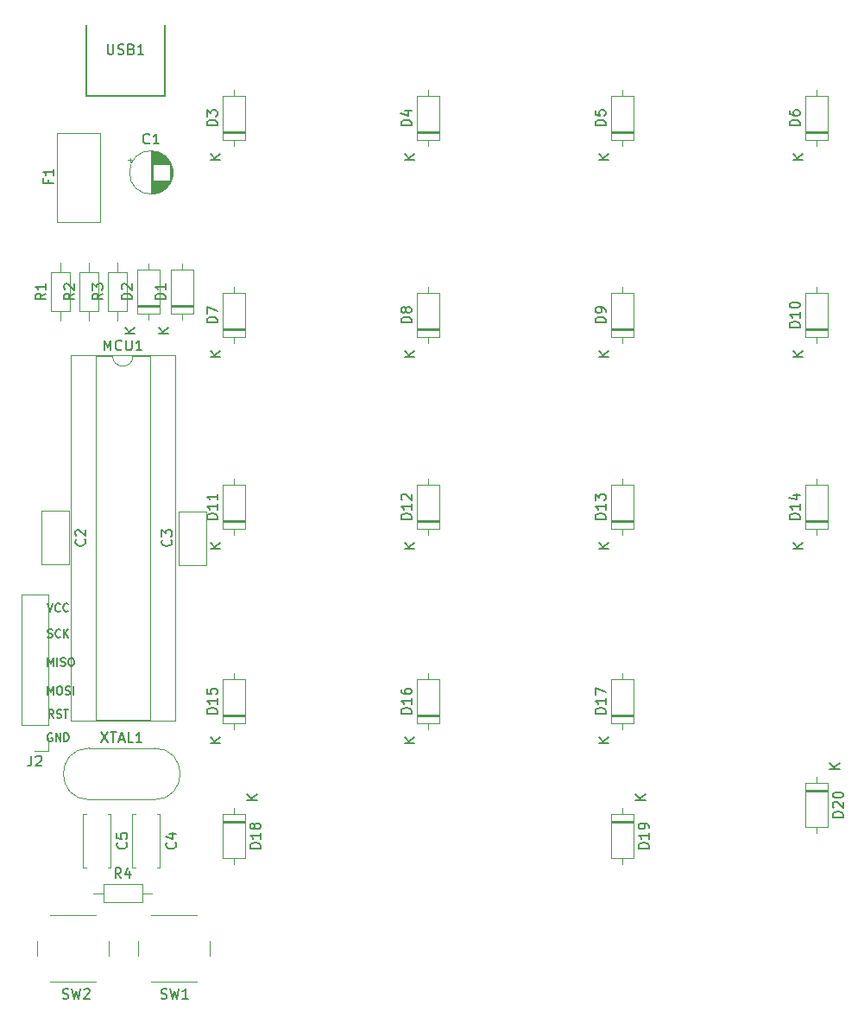
<source format=gbr>
%TF.GenerationSoftware,KiCad,Pcbnew,(5.1.6)-1*%
%TF.CreationDate,2020-06-15T13:12:42+02:00*%
%TF.ProjectId,numpad,6e756d70-6164-42e6-9b69-6361645f7063,rev?*%
%TF.SameCoordinates,Original*%
%TF.FileFunction,Legend,Top*%
%TF.FilePolarity,Positive*%
%FSLAX46Y46*%
G04 Gerber Fmt 4.6, Leading zero omitted, Abs format (unit mm)*
G04 Created by KiCad (PCBNEW (5.1.6)-1) date 2020-06-15 13:12:43*
%MOMM*%
%LPD*%
G01*
G04 APERTURE LIST*
%ADD10C,0.200000*%
%ADD11C,0.120000*%
%ADD12C,0.150000*%
G04 APERTURE END LIST*
D10*
X83972476Y-112630000D02*
X83896285Y-112591904D01*
X83782000Y-112591904D01*
X83667714Y-112630000D01*
X83591523Y-112706190D01*
X83553428Y-112782380D01*
X83515333Y-112934761D01*
X83515333Y-113049047D01*
X83553428Y-113201428D01*
X83591523Y-113277619D01*
X83667714Y-113353809D01*
X83782000Y-113391904D01*
X83858190Y-113391904D01*
X83972476Y-113353809D01*
X84010571Y-113315714D01*
X84010571Y-113049047D01*
X83858190Y-113049047D01*
X84353428Y-113391904D02*
X84353428Y-112591904D01*
X84810571Y-113391904D01*
X84810571Y-112591904D01*
X85191523Y-113391904D02*
X85191523Y-112591904D01*
X85382000Y-112591904D01*
X85496285Y-112630000D01*
X85572476Y-112706190D01*
X85610571Y-112782380D01*
X85648666Y-112934761D01*
X85648666Y-113049047D01*
X85610571Y-113201428D01*
X85572476Y-113277619D01*
X85496285Y-113353809D01*
X85382000Y-113391904D01*
X85191523Y-113391904D01*
X84143904Y-111105904D02*
X83877238Y-110724952D01*
X83686761Y-111105904D02*
X83686761Y-110305904D01*
X83991523Y-110305904D01*
X84067714Y-110344000D01*
X84105809Y-110382095D01*
X84143904Y-110458285D01*
X84143904Y-110572571D01*
X84105809Y-110648761D01*
X84067714Y-110686857D01*
X83991523Y-110724952D01*
X83686761Y-110724952D01*
X84448666Y-111067809D02*
X84562952Y-111105904D01*
X84753428Y-111105904D01*
X84829619Y-111067809D01*
X84867714Y-111029714D01*
X84905809Y-110953523D01*
X84905809Y-110877333D01*
X84867714Y-110801142D01*
X84829619Y-110763047D01*
X84753428Y-110724952D01*
X84601047Y-110686857D01*
X84524857Y-110648761D01*
X84486761Y-110610666D01*
X84448666Y-110534476D01*
X84448666Y-110458285D01*
X84486761Y-110382095D01*
X84524857Y-110344000D01*
X84601047Y-110305904D01*
X84791523Y-110305904D01*
X84905809Y-110344000D01*
X85134380Y-110305904D02*
X85591523Y-110305904D01*
X85362952Y-111105904D02*
X85362952Y-110305904D01*
X83578857Y-108819904D02*
X83578857Y-108019904D01*
X83845523Y-108591333D01*
X84112190Y-108019904D01*
X84112190Y-108819904D01*
X84645523Y-108019904D02*
X84797904Y-108019904D01*
X84874095Y-108058000D01*
X84950285Y-108134190D01*
X84988380Y-108286571D01*
X84988380Y-108553238D01*
X84950285Y-108705619D01*
X84874095Y-108781809D01*
X84797904Y-108819904D01*
X84645523Y-108819904D01*
X84569333Y-108781809D01*
X84493142Y-108705619D01*
X84455047Y-108553238D01*
X84455047Y-108286571D01*
X84493142Y-108134190D01*
X84569333Y-108058000D01*
X84645523Y-108019904D01*
X85293142Y-108781809D02*
X85407428Y-108819904D01*
X85597904Y-108819904D01*
X85674095Y-108781809D01*
X85712190Y-108743714D01*
X85750285Y-108667523D01*
X85750285Y-108591333D01*
X85712190Y-108515142D01*
X85674095Y-108477047D01*
X85597904Y-108438952D01*
X85445523Y-108400857D01*
X85369333Y-108362761D01*
X85331238Y-108324666D01*
X85293142Y-108248476D01*
X85293142Y-108172285D01*
X85331238Y-108096095D01*
X85369333Y-108058000D01*
X85445523Y-108019904D01*
X85636000Y-108019904D01*
X85750285Y-108058000D01*
X86093142Y-108819904D02*
X86093142Y-108019904D01*
X83578857Y-106025904D02*
X83578857Y-105225904D01*
X83845523Y-105797333D01*
X84112190Y-105225904D01*
X84112190Y-106025904D01*
X84493142Y-106025904D02*
X84493142Y-105225904D01*
X84836000Y-105987809D02*
X84950285Y-106025904D01*
X85140761Y-106025904D01*
X85216952Y-105987809D01*
X85255047Y-105949714D01*
X85293142Y-105873523D01*
X85293142Y-105797333D01*
X85255047Y-105721142D01*
X85216952Y-105683047D01*
X85140761Y-105644952D01*
X84988380Y-105606857D01*
X84912190Y-105568761D01*
X84874095Y-105530666D01*
X84836000Y-105454476D01*
X84836000Y-105378285D01*
X84874095Y-105302095D01*
X84912190Y-105264000D01*
X84988380Y-105225904D01*
X85178857Y-105225904D01*
X85293142Y-105264000D01*
X85788380Y-105225904D02*
X85940761Y-105225904D01*
X86016952Y-105264000D01*
X86093142Y-105340190D01*
X86131238Y-105492571D01*
X86131238Y-105759238D01*
X86093142Y-105911619D01*
X86016952Y-105987809D01*
X85940761Y-106025904D01*
X85788380Y-106025904D01*
X85712190Y-105987809D01*
X85636000Y-105911619D01*
X85597904Y-105759238D01*
X85597904Y-105492571D01*
X85636000Y-105340190D01*
X85712190Y-105264000D01*
X85788380Y-105225904D01*
X83553428Y-103193809D02*
X83667714Y-103231904D01*
X83858190Y-103231904D01*
X83934380Y-103193809D01*
X83972476Y-103155714D01*
X84010571Y-103079523D01*
X84010571Y-103003333D01*
X83972476Y-102927142D01*
X83934380Y-102889047D01*
X83858190Y-102850952D01*
X83705809Y-102812857D01*
X83629619Y-102774761D01*
X83591523Y-102736666D01*
X83553428Y-102660476D01*
X83553428Y-102584285D01*
X83591523Y-102508095D01*
X83629619Y-102470000D01*
X83705809Y-102431904D01*
X83896285Y-102431904D01*
X84010571Y-102470000D01*
X84810571Y-103155714D02*
X84772476Y-103193809D01*
X84658190Y-103231904D01*
X84582000Y-103231904D01*
X84467714Y-103193809D01*
X84391523Y-103117619D01*
X84353428Y-103041428D01*
X84315333Y-102889047D01*
X84315333Y-102774761D01*
X84353428Y-102622380D01*
X84391523Y-102546190D01*
X84467714Y-102470000D01*
X84582000Y-102431904D01*
X84658190Y-102431904D01*
X84772476Y-102470000D01*
X84810571Y-102508095D01*
X85153428Y-103231904D02*
X85153428Y-102431904D01*
X85610571Y-103231904D02*
X85267714Y-102774761D01*
X85610571Y-102431904D02*
X85153428Y-102889047D01*
X83515333Y-99891904D02*
X83782000Y-100691904D01*
X84048666Y-99891904D01*
X84772476Y-100615714D02*
X84734380Y-100653809D01*
X84620095Y-100691904D01*
X84543904Y-100691904D01*
X84429619Y-100653809D01*
X84353428Y-100577619D01*
X84315333Y-100501428D01*
X84277238Y-100349047D01*
X84277238Y-100234761D01*
X84315333Y-100082380D01*
X84353428Y-100006190D01*
X84429619Y-99930000D01*
X84543904Y-99891904D01*
X84620095Y-99891904D01*
X84734380Y-99930000D01*
X84772476Y-99968095D01*
X85572476Y-100615714D02*
X85534380Y-100653809D01*
X85420095Y-100691904D01*
X85343904Y-100691904D01*
X85229619Y-100653809D01*
X85153428Y-100577619D01*
X85115333Y-100501428D01*
X85077238Y-100349047D01*
X85077238Y-100234761D01*
X85115333Y-100082380D01*
X85153428Y-100006190D01*
X85229619Y-99930000D01*
X85343904Y-99891904D01*
X85420095Y-99891904D01*
X85534380Y-99930000D01*
X85572476Y-99968095D01*
D11*
%TO.C,MCU1*%
X91932000Y-75632000D02*
G75*
G02*
X89932000Y-75632000I-1000000J0D01*
G01*
X89932000Y-75632000D02*
X88282000Y-75632000D01*
X88282000Y-75632000D02*
X88282000Y-111312000D01*
X88282000Y-111312000D02*
X93582000Y-111312000D01*
X93582000Y-111312000D02*
X93582000Y-75632000D01*
X93582000Y-75632000D02*
X91932000Y-75632000D01*
X85792000Y-75572000D02*
X85792000Y-111372000D01*
X85792000Y-111372000D02*
X96072000Y-111372000D01*
X96072000Y-111372000D02*
X96072000Y-75572000D01*
X96072000Y-75572000D02*
X85792000Y-75572000D01*
%TO.C,J2*%
X83626000Y-99000000D02*
X80966000Y-99000000D01*
X83626000Y-111760000D02*
X83626000Y-99000000D01*
X80966000Y-111760000D02*
X80966000Y-99000000D01*
X83626000Y-111760000D02*
X80966000Y-111760000D01*
X83626000Y-113030000D02*
X83626000Y-114360000D01*
X83626000Y-114360000D02*
X82296000Y-114360000D01*
%TO.C,XTAL1*%
X87632000Y-119111000D02*
X94032000Y-119111000D01*
X87632000Y-114061000D02*
X94032000Y-114061000D01*
X94032000Y-119111000D02*
G75*
G03*
X94032000Y-114061000I0J2525000D01*
G01*
X87632000Y-119111000D02*
G75*
G02*
X87632000Y-114061000I0J2525000D01*
G01*
D12*
%TO.C,USB1*%
X87336000Y-50180000D02*
X87336000Y-43180000D01*
X95036000Y-50180000D02*
X87336000Y-50180000D01*
X95036000Y-43180000D02*
X95036000Y-50180000D01*
D11*
%TO.C,SW2*%
X89554000Y-134445000D02*
X89554000Y-132945000D01*
X88304000Y-130445000D02*
X83804000Y-130445000D01*
X82554000Y-132945000D02*
X82554000Y-134445000D01*
X83804000Y-136945000D02*
X88304000Y-136945000D01*
%TO.C,SW1*%
X99460000Y-134445000D02*
X99460000Y-132945000D01*
X98210000Y-130445000D02*
X93710000Y-130445000D01*
X92460000Y-132945000D02*
X92460000Y-134445000D01*
X93710000Y-136945000D02*
X98210000Y-136945000D01*
%TO.C,R4*%
X93802000Y-128270000D02*
X92852000Y-128270000D01*
X88062000Y-128270000D02*
X89012000Y-128270000D01*
X92852000Y-127350000D02*
X89012000Y-127350000D01*
X92852000Y-129190000D02*
X92852000Y-127350000D01*
X89012000Y-129190000D02*
X92852000Y-129190000D01*
X89012000Y-127350000D02*
X89012000Y-129190000D01*
%TO.C,R3*%
X90424000Y-66472000D02*
X90424000Y-67422000D01*
X90424000Y-72212000D02*
X90424000Y-71262000D01*
X89504000Y-67422000D02*
X89504000Y-71262000D01*
X91344000Y-67422000D02*
X89504000Y-67422000D01*
X91344000Y-71262000D02*
X91344000Y-67422000D01*
X89504000Y-71262000D02*
X91344000Y-71262000D01*
%TO.C,R2*%
X87630000Y-66472000D02*
X87630000Y-67422000D01*
X87630000Y-72212000D02*
X87630000Y-71262000D01*
X86710000Y-67422000D02*
X86710000Y-71262000D01*
X88550000Y-67422000D02*
X86710000Y-67422000D01*
X88550000Y-71262000D02*
X88550000Y-67422000D01*
X86710000Y-71262000D02*
X88550000Y-71262000D01*
%TO.C,R1*%
X84836000Y-66472000D02*
X84836000Y-67422000D01*
X84836000Y-72212000D02*
X84836000Y-71262000D01*
X83916000Y-67422000D02*
X83916000Y-71262000D01*
X85756000Y-67422000D02*
X83916000Y-67422000D01*
X85756000Y-71262000D02*
X85756000Y-67422000D01*
X83916000Y-71262000D02*
X85756000Y-71262000D01*
%TO.C,F1*%
X88734000Y-53796000D02*
X88734000Y-62536000D01*
X88734000Y-53796000D02*
X84494000Y-53796000D01*
X84494000Y-62536000D02*
X88734000Y-62536000D01*
X84494000Y-62536000D02*
X84494000Y-53796000D01*
%TO.C,D20*%
X160124000Y-118114000D02*
X157884000Y-118114000D01*
X160124000Y-118354000D02*
X157884000Y-118354000D01*
X160124000Y-118234000D02*
X157884000Y-118234000D01*
X159004000Y-122404000D02*
X159004000Y-121754000D01*
X159004000Y-116864000D02*
X159004000Y-117514000D01*
X160124000Y-121754000D02*
X160124000Y-117514000D01*
X157884000Y-121754000D02*
X160124000Y-121754000D01*
X157884000Y-117514000D02*
X157884000Y-121754000D01*
X160124000Y-117514000D02*
X157884000Y-117514000D01*
%TO.C,D19*%
X141074000Y-121162000D02*
X138834000Y-121162000D01*
X141074000Y-121402000D02*
X138834000Y-121402000D01*
X141074000Y-121282000D02*
X138834000Y-121282000D01*
X139954000Y-125452000D02*
X139954000Y-124802000D01*
X139954000Y-119912000D02*
X139954000Y-120562000D01*
X141074000Y-124802000D02*
X141074000Y-120562000D01*
X138834000Y-124802000D02*
X141074000Y-124802000D01*
X138834000Y-120562000D02*
X138834000Y-124802000D01*
X141074000Y-120562000D02*
X138834000Y-120562000D01*
%TO.C,D18*%
X102974000Y-121162000D02*
X100734000Y-121162000D01*
X102974000Y-121402000D02*
X100734000Y-121402000D01*
X102974000Y-121282000D02*
X100734000Y-121282000D01*
X101854000Y-125452000D02*
X101854000Y-124802000D01*
X101854000Y-119912000D02*
X101854000Y-120562000D01*
X102974000Y-124802000D02*
X102974000Y-120562000D01*
X100734000Y-124802000D02*
X102974000Y-124802000D01*
X100734000Y-120562000D02*
X100734000Y-124802000D01*
X102974000Y-120562000D02*
X100734000Y-120562000D01*
%TO.C,D17*%
X138834000Y-110994000D02*
X141074000Y-110994000D01*
X138834000Y-110754000D02*
X141074000Y-110754000D01*
X138834000Y-110874000D02*
X141074000Y-110874000D01*
X139954000Y-106704000D02*
X139954000Y-107354000D01*
X139954000Y-112244000D02*
X139954000Y-111594000D01*
X138834000Y-107354000D02*
X138834000Y-111594000D01*
X141074000Y-107354000D02*
X138834000Y-107354000D01*
X141074000Y-111594000D02*
X141074000Y-107354000D01*
X138834000Y-111594000D02*
X141074000Y-111594000D01*
%TO.C,D16*%
X119784000Y-110994000D02*
X122024000Y-110994000D01*
X119784000Y-110754000D02*
X122024000Y-110754000D01*
X119784000Y-110874000D02*
X122024000Y-110874000D01*
X120904000Y-106704000D02*
X120904000Y-107354000D01*
X120904000Y-112244000D02*
X120904000Y-111594000D01*
X119784000Y-107354000D02*
X119784000Y-111594000D01*
X122024000Y-107354000D02*
X119784000Y-107354000D01*
X122024000Y-111594000D02*
X122024000Y-107354000D01*
X119784000Y-111594000D02*
X122024000Y-111594000D01*
%TO.C,D15*%
X100734000Y-110994000D02*
X102974000Y-110994000D01*
X100734000Y-110754000D02*
X102974000Y-110754000D01*
X100734000Y-110874000D02*
X102974000Y-110874000D01*
X101854000Y-106704000D02*
X101854000Y-107354000D01*
X101854000Y-112244000D02*
X101854000Y-111594000D01*
X100734000Y-107354000D02*
X100734000Y-111594000D01*
X102974000Y-107354000D02*
X100734000Y-107354000D01*
X102974000Y-111594000D02*
X102974000Y-107354000D01*
X100734000Y-111594000D02*
X102974000Y-111594000D01*
%TO.C,D14*%
X157884000Y-91944000D02*
X160124000Y-91944000D01*
X157884000Y-91704000D02*
X160124000Y-91704000D01*
X157884000Y-91824000D02*
X160124000Y-91824000D01*
X159004000Y-87654000D02*
X159004000Y-88304000D01*
X159004000Y-93194000D02*
X159004000Y-92544000D01*
X157884000Y-88304000D02*
X157884000Y-92544000D01*
X160124000Y-88304000D02*
X157884000Y-88304000D01*
X160124000Y-92544000D02*
X160124000Y-88304000D01*
X157884000Y-92544000D02*
X160124000Y-92544000D01*
%TO.C,D13*%
X138834000Y-91944000D02*
X141074000Y-91944000D01*
X138834000Y-91704000D02*
X141074000Y-91704000D01*
X138834000Y-91824000D02*
X141074000Y-91824000D01*
X139954000Y-87654000D02*
X139954000Y-88304000D01*
X139954000Y-93194000D02*
X139954000Y-92544000D01*
X138834000Y-88304000D02*
X138834000Y-92544000D01*
X141074000Y-88304000D02*
X138834000Y-88304000D01*
X141074000Y-92544000D02*
X141074000Y-88304000D01*
X138834000Y-92544000D02*
X141074000Y-92544000D01*
%TO.C,D12*%
X119784000Y-91944000D02*
X122024000Y-91944000D01*
X119784000Y-91704000D02*
X122024000Y-91704000D01*
X119784000Y-91824000D02*
X122024000Y-91824000D01*
X120904000Y-87654000D02*
X120904000Y-88304000D01*
X120904000Y-93194000D02*
X120904000Y-92544000D01*
X119784000Y-88304000D02*
X119784000Y-92544000D01*
X122024000Y-88304000D02*
X119784000Y-88304000D01*
X122024000Y-92544000D02*
X122024000Y-88304000D01*
X119784000Y-92544000D02*
X122024000Y-92544000D01*
%TO.C,D11*%
X100734000Y-91944000D02*
X102974000Y-91944000D01*
X100734000Y-91704000D02*
X102974000Y-91704000D01*
X100734000Y-91824000D02*
X102974000Y-91824000D01*
X101854000Y-87654000D02*
X101854000Y-88304000D01*
X101854000Y-93194000D02*
X101854000Y-92544000D01*
X100734000Y-88304000D02*
X100734000Y-92544000D01*
X102974000Y-88304000D02*
X100734000Y-88304000D01*
X102974000Y-92544000D02*
X102974000Y-88304000D01*
X100734000Y-92544000D02*
X102974000Y-92544000D01*
%TO.C,D10*%
X157884000Y-73148000D02*
X160124000Y-73148000D01*
X157884000Y-72908000D02*
X160124000Y-72908000D01*
X157884000Y-73028000D02*
X160124000Y-73028000D01*
X159004000Y-68858000D02*
X159004000Y-69508000D01*
X159004000Y-74398000D02*
X159004000Y-73748000D01*
X157884000Y-69508000D02*
X157884000Y-73748000D01*
X160124000Y-69508000D02*
X157884000Y-69508000D01*
X160124000Y-73748000D02*
X160124000Y-69508000D01*
X157884000Y-73748000D02*
X160124000Y-73748000D01*
%TO.C,D9*%
X138834000Y-73148000D02*
X141074000Y-73148000D01*
X138834000Y-72908000D02*
X141074000Y-72908000D01*
X138834000Y-73028000D02*
X141074000Y-73028000D01*
X139954000Y-68858000D02*
X139954000Y-69508000D01*
X139954000Y-74398000D02*
X139954000Y-73748000D01*
X138834000Y-69508000D02*
X138834000Y-73748000D01*
X141074000Y-69508000D02*
X138834000Y-69508000D01*
X141074000Y-73748000D02*
X141074000Y-69508000D01*
X138834000Y-73748000D02*
X141074000Y-73748000D01*
%TO.C,D8*%
X119784000Y-73148000D02*
X122024000Y-73148000D01*
X119784000Y-72908000D02*
X122024000Y-72908000D01*
X119784000Y-73028000D02*
X122024000Y-73028000D01*
X120904000Y-68858000D02*
X120904000Y-69508000D01*
X120904000Y-74398000D02*
X120904000Y-73748000D01*
X119784000Y-69508000D02*
X119784000Y-73748000D01*
X122024000Y-69508000D02*
X119784000Y-69508000D01*
X122024000Y-73748000D02*
X122024000Y-69508000D01*
X119784000Y-73748000D02*
X122024000Y-73748000D01*
%TO.C,D7*%
X100734000Y-73148000D02*
X102974000Y-73148000D01*
X100734000Y-72908000D02*
X102974000Y-72908000D01*
X100734000Y-73028000D02*
X102974000Y-73028000D01*
X101854000Y-68858000D02*
X101854000Y-69508000D01*
X101854000Y-74398000D02*
X101854000Y-73748000D01*
X100734000Y-69508000D02*
X100734000Y-73748000D01*
X102974000Y-69508000D02*
X100734000Y-69508000D01*
X102974000Y-73748000D02*
X102974000Y-69508000D01*
X100734000Y-73748000D02*
X102974000Y-73748000D01*
%TO.C,D6*%
X157884000Y-53844000D02*
X160124000Y-53844000D01*
X157884000Y-53604000D02*
X160124000Y-53604000D01*
X157884000Y-53724000D02*
X160124000Y-53724000D01*
X159004000Y-49554000D02*
X159004000Y-50204000D01*
X159004000Y-55094000D02*
X159004000Y-54444000D01*
X157884000Y-50204000D02*
X157884000Y-54444000D01*
X160124000Y-50204000D02*
X157884000Y-50204000D01*
X160124000Y-54444000D02*
X160124000Y-50204000D01*
X157884000Y-54444000D02*
X160124000Y-54444000D01*
%TO.C,D5*%
X138834000Y-53844000D02*
X141074000Y-53844000D01*
X138834000Y-53604000D02*
X141074000Y-53604000D01*
X138834000Y-53724000D02*
X141074000Y-53724000D01*
X139954000Y-49554000D02*
X139954000Y-50204000D01*
X139954000Y-55094000D02*
X139954000Y-54444000D01*
X138834000Y-50204000D02*
X138834000Y-54444000D01*
X141074000Y-50204000D02*
X138834000Y-50204000D01*
X141074000Y-54444000D02*
X141074000Y-50204000D01*
X138834000Y-54444000D02*
X141074000Y-54444000D01*
%TO.C,D4*%
X119784000Y-53844000D02*
X122024000Y-53844000D01*
X119784000Y-53604000D02*
X122024000Y-53604000D01*
X119784000Y-53724000D02*
X122024000Y-53724000D01*
X120904000Y-49554000D02*
X120904000Y-50204000D01*
X120904000Y-55094000D02*
X120904000Y-54444000D01*
X119784000Y-50204000D02*
X119784000Y-54444000D01*
X122024000Y-50204000D02*
X119784000Y-50204000D01*
X122024000Y-54444000D02*
X122024000Y-50204000D01*
X119784000Y-54444000D02*
X122024000Y-54444000D01*
%TO.C,D3*%
X100734000Y-53844000D02*
X102974000Y-53844000D01*
X100734000Y-53604000D02*
X102974000Y-53604000D01*
X100734000Y-53724000D02*
X102974000Y-53724000D01*
X101854000Y-49554000D02*
X101854000Y-50204000D01*
X101854000Y-55094000D02*
X101854000Y-54444000D01*
X100734000Y-50204000D02*
X100734000Y-54444000D01*
X102974000Y-50204000D02*
X100734000Y-50204000D01*
X102974000Y-54444000D02*
X102974000Y-50204000D01*
X100734000Y-54444000D02*
X102974000Y-54444000D01*
%TO.C,D2*%
X92352000Y-70862000D02*
X94592000Y-70862000D01*
X92352000Y-70622000D02*
X94592000Y-70622000D01*
X92352000Y-70742000D02*
X94592000Y-70742000D01*
X93472000Y-66572000D02*
X93472000Y-67222000D01*
X93472000Y-72112000D02*
X93472000Y-71462000D01*
X92352000Y-67222000D02*
X92352000Y-71462000D01*
X94592000Y-67222000D02*
X92352000Y-67222000D01*
X94592000Y-71462000D02*
X94592000Y-67222000D01*
X92352000Y-71462000D02*
X94592000Y-71462000D01*
%TO.C,D1*%
X95654000Y-70862000D02*
X97894000Y-70862000D01*
X95654000Y-70622000D02*
X97894000Y-70622000D01*
X95654000Y-70742000D02*
X97894000Y-70742000D01*
X96774000Y-66572000D02*
X96774000Y-67222000D01*
X96774000Y-72112000D02*
X96774000Y-71462000D01*
X95654000Y-67222000D02*
X95654000Y-71462000D01*
X97894000Y-67222000D02*
X95654000Y-67222000D01*
X97894000Y-71462000D02*
X97894000Y-67222000D01*
X95654000Y-71462000D02*
X97894000Y-71462000D01*
%TO.C,C5*%
X87337000Y-125770000D02*
X87022000Y-125770000D01*
X89762000Y-125770000D02*
X89447000Y-125770000D01*
X87337000Y-120530000D02*
X87022000Y-120530000D01*
X89762000Y-120530000D02*
X89447000Y-120530000D01*
X87022000Y-120530000D02*
X87022000Y-125770000D01*
X89762000Y-120530000D02*
X89762000Y-125770000D01*
%TO.C,C4*%
X92163000Y-125770000D02*
X91848000Y-125770000D01*
X94588000Y-125770000D02*
X94273000Y-125770000D01*
X92163000Y-120530000D02*
X91848000Y-120530000D01*
X94588000Y-120530000D02*
X94273000Y-120530000D01*
X91848000Y-120530000D02*
X91848000Y-125770000D01*
X94588000Y-120530000D02*
X94588000Y-125770000D01*
%TO.C,C3*%
X96420000Y-90872000D02*
X99160000Y-90872000D01*
X96420000Y-96112000D02*
X99160000Y-96112000D01*
X99160000Y-96112000D02*
X99160000Y-90872000D01*
X96420000Y-96112000D02*
X96420000Y-90872000D01*
%TO.C,C2*%
X85698000Y-96072000D02*
X82958000Y-96072000D01*
X85698000Y-90832000D02*
X82958000Y-90832000D01*
X82958000Y-90832000D02*
X82958000Y-96072000D01*
X85698000Y-90832000D02*
X85698000Y-96072000D01*
%TO.C,C1*%
X91640199Y-56263000D02*
X91640199Y-56663000D01*
X91440199Y-56463000D02*
X91840199Y-56463000D01*
X95791000Y-57288000D02*
X95791000Y-58028000D01*
X95751000Y-57121000D02*
X95751000Y-58195000D01*
X95711000Y-56994000D02*
X95711000Y-58322000D01*
X95671000Y-56890000D02*
X95671000Y-58426000D01*
X95631000Y-56799000D02*
X95631000Y-58517000D01*
X95591000Y-56718000D02*
X95591000Y-58598000D01*
X95551000Y-56645000D02*
X95551000Y-58671000D01*
X95511000Y-58498000D02*
X95511000Y-58738000D01*
X95511000Y-56578000D02*
X95511000Y-56818000D01*
X95471000Y-58498000D02*
X95471000Y-58800000D01*
X95471000Y-56516000D02*
X95471000Y-56818000D01*
X95431000Y-58498000D02*
X95431000Y-58858000D01*
X95431000Y-56458000D02*
X95431000Y-56818000D01*
X95391000Y-58498000D02*
X95391000Y-58912000D01*
X95391000Y-56404000D02*
X95391000Y-56818000D01*
X95351000Y-58498000D02*
X95351000Y-58962000D01*
X95351000Y-56354000D02*
X95351000Y-56818000D01*
X95311000Y-58498000D02*
X95311000Y-59009000D01*
X95311000Y-56307000D02*
X95311000Y-56818000D01*
X95271000Y-58498000D02*
X95271000Y-59054000D01*
X95271000Y-56262000D02*
X95271000Y-56818000D01*
X95231000Y-58498000D02*
X95231000Y-59096000D01*
X95231000Y-56220000D02*
X95231000Y-56818000D01*
X95191000Y-58498000D02*
X95191000Y-59136000D01*
X95191000Y-56180000D02*
X95191000Y-56818000D01*
X95151000Y-58498000D02*
X95151000Y-59174000D01*
X95151000Y-56142000D02*
X95151000Y-56818000D01*
X95111000Y-58498000D02*
X95111000Y-59210000D01*
X95111000Y-56106000D02*
X95111000Y-56818000D01*
X95071000Y-58498000D02*
X95071000Y-59245000D01*
X95071000Y-56071000D02*
X95071000Y-56818000D01*
X95031000Y-58498000D02*
X95031000Y-59277000D01*
X95031000Y-56039000D02*
X95031000Y-56818000D01*
X94991000Y-58498000D02*
X94991000Y-59308000D01*
X94991000Y-56008000D02*
X94991000Y-56818000D01*
X94951000Y-58498000D02*
X94951000Y-59338000D01*
X94951000Y-55978000D02*
X94951000Y-56818000D01*
X94911000Y-58498000D02*
X94911000Y-59366000D01*
X94911000Y-55950000D02*
X94911000Y-56818000D01*
X94871000Y-58498000D02*
X94871000Y-59393000D01*
X94871000Y-55923000D02*
X94871000Y-56818000D01*
X94831000Y-58498000D02*
X94831000Y-59418000D01*
X94831000Y-55898000D02*
X94831000Y-56818000D01*
X94791000Y-58498000D02*
X94791000Y-59443000D01*
X94791000Y-55873000D02*
X94791000Y-56818000D01*
X94751000Y-58498000D02*
X94751000Y-59466000D01*
X94751000Y-55850000D02*
X94751000Y-56818000D01*
X94711000Y-58498000D02*
X94711000Y-59488000D01*
X94711000Y-55828000D02*
X94711000Y-56818000D01*
X94671000Y-58498000D02*
X94671000Y-59509000D01*
X94671000Y-55807000D02*
X94671000Y-56818000D01*
X94631000Y-58498000D02*
X94631000Y-59528000D01*
X94631000Y-55788000D02*
X94631000Y-56818000D01*
X94591000Y-58498000D02*
X94591000Y-59547000D01*
X94591000Y-55769000D02*
X94591000Y-56818000D01*
X94551000Y-58498000D02*
X94551000Y-59565000D01*
X94551000Y-55751000D02*
X94551000Y-56818000D01*
X94511000Y-58498000D02*
X94511000Y-59582000D01*
X94511000Y-55734000D02*
X94511000Y-56818000D01*
X94471000Y-58498000D02*
X94471000Y-59598000D01*
X94471000Y-55718000D02*
X94471000Y-56818000D01*
X94431000Y-58498000D02*
X94431000Y-59612000D01*
X94431000Y-55704000D02*
X94431000Y-56818000D01*
X94390000Y-58498000D02*
X94390000Y-59626000D01*
X94390000Y-55690000D02*
X94390000Y-56818000D01*
X94350000Y-58498000D02*
X94350000Y-59640000D01*
X94350000Y-55676000D02*
X94350000Y-56818000D01*
X94310000Y-58498000D02*
X94310000Y-59652000D01*
X94310000Y-55664000D02*
X94310000Y-56818000D01*
X94270000Y-58498000D02*
X94270000Y-59663000D01*
X94270000Y-55653000D02*
X94270000Y-56818000D01*
X94230000Y-58498000D02*
X94230000Y-59674000D01*
X94230000Y-55642000D02*
X94230000Y-56818000D01*
X94190000Y-58498000D02*
X94190000Y-59683000D01*
X94190000Y-55633000D02*
X94190000Y-56818000D01*
X94150000Y-58498000D02*
X94150000Y-59692000D01*
X94150000Y-55624000D02*
X94150000Y-56818000D01*
X94110000Y-58498000D02*
X94110000Y-59700000D01*
X94110000Y-55616000D02*
X94110000Y-56818000D01*
X94070000Y-58498000D02*
X94070000Y-59708000D01*
X94070000Y-55608000D02*
X94070000Y-56818000D01*
X94030000Y-58498000D02*
X94030000Y-59714000D01*
X94030000Y-55602000D02*
X94030000Y-56818000D01*
X93990000Y-58498000D02*
X93990000Y-59720000D01*
X93990000Y-55596000D02*
X93990000Y-56818000D01*
X93950000Y-58498000D02*
X93950000Y-59725000D01*
X93950000Y-55591000D02*
X93950000Y-56818000D01*
X93910000Y-58498000D02*
X93910000Y-59729000D01*
X93910000Y-55587000D02*
X93910000Y-56818000D01*
X93870000Y-55584000D02*
X93870000Y-59732000D01*
X93830000Y-55581000D02*
X93830000Y-59735000D01*
X93790000Y-55579000D02*
X93790000Y-59737000D01*
X93750000Y-55578000D02*
X93750000Y-59738000D01*
X93710000Y-55578000D02*
X93710000Y-59738000D01*
X95830000Y-57658000D02*
G75*
G03*
X95830000Y-57658000I-2120000J0D01*
G01*
%TO.C,MCU1*%
D12*
X89098666Y-75084380D02*
X89098666Y-74084380D01*
X89432000Y-74798666D01*
X89765333Y-74084380D01*
X89765333Y-75084380D01*
X90812952Y-74989142D02*
X90765333Y-75036761D01*
X90622476Y-75084380D01*
X90527238Y-75084380D01*
X90384380Y-75036761D01*
X90289142Y-74941523D01*
X90241523Y-74846285D01*
X90193904Y-74655809D01*
X90193904Y-74512952D01*
X90241523Y-74322476D01*
X90289142Y-74227238D01*
X90384380Y-74132000D01*
X90527238Y-74084380D01*
X90622476Y-74084380D01*
X90765333Y-74132000D01*
X90812952Y-74179619D01*
X91241523Y-74084380D02*
X91241523Y-74893904D01*
X91289142Y-74989142D01*
X91336761Y-75036761D01*
X91432000Y-75084380D01*
X91622476Y-75084380D01*
X91717714Y-75036761D01*
X91765333Y-74989142D01*
X91812952Y-74893904D01*
X91812952Y-74084380D01*
X92812952Y-75084380D02*
X92241523Y-75084380D01*
X92527238Y-75084380D02*
X92527238Y-74084380D01*
X92432000Y-74227238D01*
X92336761Y-74322476D01*
X92241523Y-74370095D01*
%TO.C,J2*%
X81962666Y-114812380D02*
X81962666Y-115526666D01*
X81915047Y-115669523D01*
X81819809Y-115764761D01*
X81676952Y-115812380D01*
X81581714Y-115812380D01*
X82391238Y-114907619D02*
X82438857Y-114860000D01*
X82534095Y-114812380D01*
X82772190Y-114812380D01*
X82867428Y-114860000D01*
X82915047Y-114907619D01*
X82962666Y-115002857D01*
X82962666Y-115098095D01*
X82915047Y-115240952D01*
X82343619Y-115812380D01*
X82962666Y-115812380D01*
%TO.C,XTAL1*%
X88808190Y-112513380D02*
X89474857Y-113513380D01*
X89474857Y-112513380D02*
X88808190Y-113513380D01*
X89712952Y-112513380D02*
X90284380Y-112513380D01*
X89998666Y-113513380D02*
X89998666Y-112513380D01*
X90570095Y-113227666D02*
X91046285Y-113227666D01*
X90474857Y-113513380D02*
X90808190Y-112513380D01*
X91141523Y-113513380D01*
X91951047Y-113513380D02*
X91474857Y-113513380D01*
X91474857Y-112513380D01*
X92808190Y-113513380D02*
X92236761Y-113513380D01*
X92522476Y-113513380D02*
X92522476Y-112513380D01*
X92427238Y-112656238D01*
X92332000Y-112751476D01*
X92236761Y-112799095D01*
%TO.C,USB1*%
X89447904Y-45082380D02*
X89447904Y-45891904D01*
X89495523Y-45987142D01*
X89543142Y-46034761D01*
X89638380Y-46082380D01*
X89828857Y-46082380D01*
X89924095Y-46034761D01*
X89971714Y-45987142D01*
X90019333Y-45891904D01*
X90019333Y-45082380D01*
X90447904Y-46034761D02*
X90590761Y-46082380D01*
X90828857Y-46082380D01*
X90924095Y-46034761D01*
X90971714Y-45987142D01*
X91019333Y-45891904D01*
X91019333Y-45796666D01*
X90971714Y-45701428D01*
X90924095Y-45653809D01*
X90828857Y-45606190D01*
X90638380Y-45558571D01*
X90543142Y-45510952D01*
X90495523Y-45463333D01*
X90447904Y-45368095D01*
X90447904Y-45272857D01*
X90495523Y-45177619D01*
X90543142Y-45130000D01*
X90638380Y-45082380D01*
X90876476Y-45082380D01*
X91019333Y-45130000D01*
X91781238Y-45558571D02*
X91924095Y-45606190D01*
X91971714Y-45653809D01*
X92019333Y-45749047D01*
X92019333Y-45891904D01*
X91971714Y-45987142D01*
X91924095Y-46034761D01*
X91828857Y-46082380D01*
X91447904Y-46082380D01*
X91447904Y-45082380D01*
X91781238Y-45082380D01*
X91876476Y-45130000D01*
X91924095Y-45177619D01*
X91971714Y-45272857D01*
X91971714Y-45368095D01*
X91924095Y-45463333D01*
X91876476Y-45510952D01*
X91781238Y-45558571D01*
X91447904Y-45558571D01*
X92971714Y-46082380D02*
X92400285Y-46082380D01*
X92686000Y-46082380D02*
X92686000Y-45082380D01*
X92590761Y-45225238D01*
X92495523Y-45320476D01*
X92400285Y-45368095D01*
%TO.C,SW2*%
X85026666Y-138580761D02*
X85169523Y-138628380D01*
X85407619Y-138628380D01*
X85502857Y-138580761D01*
X85550476Y-138533142D01*
X85598095Y-138437904D01*
X85598095Y-138342666D01*
X85550476Y-138247428D01*
X85502857Y-138199809D01*
X85407619Y-138152190D01*
X85217142Y-138104571D01*
X85121904Y-138056952D01*
X85074285Y-138009333D01*
X85026666Y-137914095D01*
X85026666Y-137818857D01*
X85074285Y-137723619D01*
X85121904Y-137676000D01*
X85217142Y-137628380D01*
X85455238Y-137628380D01*
X85598095Y-137676000D01*
X85931428Y-137628380D02*
X86169523Y-138628380D01*
X86360000Y-137914095D01*
X86550476Y-138628380D01*
X86788571Y-137628380D01*
X87121904Y-137723619D02*
X87169523Y-137676000D01*
X87264761Y-137628380D01*
X87502857Y-137628380D01*
X87598095Y-137676000D01*
X87645714Y-137723619D01*
X87693333Y-137818857D01*
X87693333Y-137914095D01*
X87645714Y-138056952D01*
X87074285Y-138628380D01*
X87693333Y-138628380D01*
%TO.C,SW1*%
X94678666Y-138580761D02*
X94821523Y-138628380D01*
X95059619Y-138628380D01*
X95154857Y-138580761D01*
X95202476Y-138533142D01*
X95250095Y-138437904D01*
X95250095Y-138342666D01*
X95202476Y-138247428D01*
X95154857Y-138199809D01*
X95059619Y-138152190D01*
X94869142Y-138104571D01*
X94773904Y-138056952D01*
X94726285Y-138009333D01*
X94678666Y-137914095D01*
X94678666Y-137818857D01*
X94726285Y-137723619D01*
X94773904Y-137676000D01*
X94869142Y-137628380D01*
X95107238Y-137628380D01*
X95250095Y-137676000D01*
X95583428Y-137628380D02*
X95821523Y-138628380D01*
X96012000Y-137914095D01*
X96202476Y-138628380D01*
X96440571Y-137628380D01*
X97345333Y-138628380D02*
X96773904Y-138628380D01*
X97059619Y-138628380D02*
X97059619Y-137628380D01*
X96964380Y-137771238D01*
X96869142Y-137866476D01*
X96773904Y-137914095D01*
%TO.C,R4*%
X90765333Y-126802380D02*
X90432000Y-126326190D01*
X90193904Y-126802380D02*
X90193904Y-125802380D01*
X90574857Y-125802380D01*
X90670095Y-125850000D01*
X90717714Y-125897619D01*
X90765333Y-125992857D01*
X90765333Y-126135714D01*
X90717714Y-126230952D01*
X90670095Y-126278571D01*
X90574857Y-126326190D01*
X90193904Y-126326190D01*
X91622476Y-126135714D02*
X91622476Y-126802380D01*
X91384380Y-125754761D02*
X91146285Y-126469047D01*
X91765333Y-126469047D01*
%TO.C,R3*%
X88956380Y-69508666D02*
X88480190Y-69842000D01*
X88956380Y-70080095D02*
X87956380Y-70080095D01*
X87956380Y-69699142D01*
X88004000Y-69603904D01*
X88051619Y-69556285D01*
X88146857Y-69508666D01*
X88289714Y-69508666D01*
X88384952Y-69556285D01*
X88432571Y-69603904D01*
X88480190Y-69699142D01*
X88480190Y-70080095D01*
X87956380Y-69175333D02*
X87956380Y-68556285D01*
X88337333Y-68889619D01*
X88337333Y-68746761D01*
X88384952Y-68651523D01*
X88432571Y-68603904D01*
X88527809Y-68556285D01*
X88765904Y-68556285D01*
X88861142Y-68603904D01*
X88908761Y-68651523D01*
X88956380Y-68746761D01*
X88956380Y-69032476D01*
X88908761Y-69127714D01*
X88861142Y-69175333D01*
%TO.C,R2*%
X86162380Y-69508666D02*
X85686190Y-69842000D01*
X86162380Y-70080095D02*
X85162380Y-70080095D01*
X85162380Y-69699142D01*
X85210000Y-69603904D01*
X85257619Y-69556285D01*
X85352857Y-69508666D01*
X85495714Y-69508666D01*
X85590952Y-69556285D01*
X85638571Y-69603904D01*
X85686190Y-69699142D01*
X85686190Y-70080095D01*
X85257619Y-69127714D02*
X85210000Y-69080095D01*
X85162380Y-68984857D01*
X85162380Y-68746761D01*
X85210000Y-68651523D01*
X85257619Y-68603904D01*
X85352857Y-68556285D01*
X85448095Y-68556285D01*
X85590952Y-68603904D01*
X86162380Y-69175333D01*
X86162380Y-68556285D01*
%TO.C,R1*%
X83368380Y-69508666D02*
X82892190Y-69842000D01*
X83368380Y-70080095D02*
X82368380Y-70080095D01*
X82368380Y-69699142D01*
X82416000Y-69603904D01*
X82463619Y-69556285D01*
X82558857Y-69508666D01*
X82701714Y-69508666D01*
X82796952Y-69556285D01*
X82844571Y-69603904D01*
X82892190Y-69699142D01*
X82892190Y-70080095D01*
X83368380Y-68556285D02*
X83368380Y-69127714D01*
X83368380Y-68842000D02*
X82368380Y-68842000D01*
X82511238Y-68937238D01*
X82606476Y-69032476D01*
X82654095Y-69127714D01*
%TO.C,F1*%
X83592571Y-58389333D02*
X83592571Y-58722666D01*
X84116380Y-58722666D02*
X83116380Y-58722666D01*
X83116380Y-58246476D01*
X84116380Y-57341714D02*
X84116380Y-57913142D01*
X84116380Y-57627428D02*
X83116380Y-57627428D01*
X83259238Y-57722666D01*
X83354476Y-57817904D01*
X83402095Y-57913142D01*
%TO.C,D20*%
X161576380Y-120848285D02*
X160576380Y-120848285D01*
X160576380Y-120610190D01*
X160624000Y-120467333D01*
X160719238Y-120372095D01*
X160814476Y-120324476D01*
X161004952Y-120276857D01*
X161147809Y-120276857D01*
X161338285Y-120324476D01*
X161433523Y-120372095D01*
X161528761Y-120467333D01*
X161576380Y-120610190D01*
X161576380Y-120848285D01*
X160671619Y-119895904D02*
X160624000Y-119848285D01*
X160576380Y-119753047D01*
X160576380Y-119514952D01*
X160624000Y-119419714D01*
X160671619Y-119372095D01*
X160766857Y-119324476D01*
X160862095Y-119324476D01*
X161004952Y-119372095D01*
X161576380Y-119943523D01*
X161576380Y-119324476D01*
X160576380Y-118705428D02*
X160576380Y-118610190D01*
X160624000Y-118514952D01*
X160671619Y-118467333D01*
X160766857Y-118419714D01*
X160957333Y-118372095D01*
X161195428Y-118372095D01*
X161385904Y-118419714D01*
X161481142Y-118467333D01*
X161528761Y-118514952D01*
X161576380Y-118610190D01*
X161576380Y-118705428D01*
X161528761Y-118800666D01*
X161481142Y-118848285D01*
X161385904Y-118895904D01*
X161195428Y-118943523D01*
X160957333Y-118943523D01*
X160766857Y-118895904D01*
X160671619Y-118848285D01*
X160624000Y-118800666D01*
X160576380Y-118705428D01*
X161256380Y-116085904D02*
X160256380Y-116085904D01*
X161256380Y-115514476D02*
X160684952Y-115943047D01*
X160256380Y-115514476D02*
X160827809Y-116085904D01*
%TO.C,D19*%
X142526380Y-123896285D02*
X141526380Y-123896285D01*
X141526380Y-123658190D01*
X141574000Y-123515333D01*
X141669238Y-123420095D01*
X141764476Y-123372476D01*
X141954952Y-123324857D01*
X142097809Y-123324857D01*
X142288285Y-123372476D01*
X142383523Y-123420095D01*
X142478761Y-123515333D01*
X142526380Y-123658190D01*
X142526380Y-123896285D01*
X142526380Y-122372476D02*
X142526380Y-122943904D01*
X142526380Y-122658190D02*
X141526380Y-122658190D01*
X141669238Y-122753428D01*
X141764476Y-122848666D01*
X141812095Y-122943904D01*
X142526380Y-121896285D02*
X142526380Y-121705809D01*
X142478761Y-121610571D01*
X142431142Y-121562952D01*
X142288285Y-121467714D01*
X142097809Y-121420095D01*
X141716857Y-121420095D01*
X141621619Y-121467714D01*
X141574000Y-121515333D01*
X141526380Y-121610571D01*
X141526380Y-121801047D01*
X141574000Y-121896285D01*
X141621619Y-121943904D01*
X141716857Y-121991523D01*
X141954952Y-121991523D01*
X142050190Y-121943904D01*
X142097809Y-121896285D01*
X142145428Y-121801047D01*
X142145428Y-121610571D01*
X142097809Y-121515333D01*
X142050190Y-121467714D01*
X141954952Y-121420095D01*
X142206380Y-119133904D02*
X141206380Y-119133904D01*
X142206380Y-118562476D02*
X141634952Y-118991047D01*
X141206380Y-118562476D02*
X141777809Y-119133904D01*
%TO.C,D18*%
X104426380Y-123896285D02*
X103426380Y-123896285D01*
X103426380Y-123658190D01*
X103474000Y-123515333D01*
X103569238Y-123420095D01*
X103664476Y-123372476D01*
X103854952Y-123324857D01*
X103997809Y-123324857D01*
X104188285Y-123372476D01*
X104283523Y-123420095D01*
X104378761Y-123515333D01*
X104426380Y-123658190D01*
X104426380Y-123896285D01*
X104426380Y-122372476D02*
X104426380Y-122943904D01*
X104426380Y-122658190D02*
X103426380Y-122658190D01*
X103569238Y-122753428D01*
X103664476Y-122848666D01*
X103712095Y-122943904D01*
X103854952Y-121801047D02*
X103807333Y-121896285D01*
X103759714Y-121943904D01*
X103664476Y-121991523D01*
X103616857Y-121991523D01*
X103521619Y-121943904D01*
X103474000Y-121896285D01*
X103426380Y-121801047D01*
X103426380Y-121610571D01*
X103474000Y-121515333D01*
X103521619Y-121467714D01*
X103616857Y-121420095D01*
X103664476Y-121420095D01*
X103759714Y-121467714D01*
X103807333Y-121515333D01*
X103854952Y-121610571D01*
X103854952Y-121801047D01*
X103902571Y-121896285D01*
X103950190Y-121943904D01*
X104045428Y-121991523D01*
X104235904Y-121991523D01*
X104331142Y-121943904D01*
X104378761Y-121896285D01*
X104426380Y-121801047D01*
X104426380Y-121610571D01*
X104378761Y-121515333D01*
X104331142Y-121467714D01*
X104235904Y-121420095D01*
X104045428Y-121420095D01*
X103950190Y-121467714D01*
X103902571Y-121515333D01*
X103854952Y-121610571D01*
X104106380Y-119133904D02*
X103106380Y-119133904D01*
X104106380Y-118562476D02*
X103534952Y-118991047D01*
X103106380Y-118562476D02*
X103677809Y-119133904D01*
%TO.C,D17*%
X138286380Y-110688285D02*
X137286380Y-110688285D01*
X137286380Y-110450190D01*
X137334000Y-110307333D01*
X137429238Y-110212095D01*
X137524476Y-110164476D01*
X137714952Y-110116857D01*
X137857809Y-110116857D01*
X138048285Y-110164476D01*
X138143523Y-110212095D01*
X138238761Y-110307333D01*
X138286380Y-110450190D01*
X138286380Y-110688285D01*
X138286380Y-109164476D02*
X138286380Y-109735904D01*
X138286380Y-109450190D02*
X137286380Y-109450190D01*
X137429238Y-109545428D01*
X137524476Y-109640666D01*
X137572095Y-109735904D01*
X137286380Y-108831142D02*
X137286380Y-108164476D01*
X138286380Y-108593047D01*
X138606380Y-113545904D02*
X137606380Y-113545904D01*
X138606380Y-112974476D02*
X138034952Y-113403047D01*
X137606380Y-112974476D02*
X138177809Y-113545904D01*
%TO.C,D16*%
X119236380Y-110688285D02*
X118236380Y-110688285D01*
X118236380Y-110450190D01*
X118284000Y-110307333D01*
X118379238Y-110212095D01*
X118474476Y-110164476D01*
X118664952Y-110116857D01*
X118807809Y-110116857D01*
X118998285Y-110164476D01*
X119093523Y-110212095D01*
X119188761Y-110307333D01*
X119236380Y-110450190D01*
X119236380Y-110688285D01*
X119236380Y-109164476D02*
X119236380Y-109735904D01*
X119236380Y-109450190D02*
X118236380Y-109450190D01*
X118379238Y-109545428D01*
X118474476Y-109640666D01*
X118522095Y-109735904D01*
X118236380Y-108307333D02*
X118236380Y-108497809D01*
X118284000Y-108593047D01*
X118331619Y-108640666D01*
X118474476Y-108735904D01*
X118664952Y-108783523D01*
X119045904Y-108783523D01*
X119141142Y-108735904D01*
X119188761Y-108688285D01*
X119236380Y-108593047D01*
X119236380Y-108402571D01*
X119188761Y-108307333D01*
X119141142Y-108259714D01*
X119045904Y-108212095D01*
X118807809Y-108212095D01*
X118712571Y-108259714D01*
X118664952Y-108307333D01*
X118617333Y-108402571D01*
X118617333Y-108593047D01*
X118664952Y-108688285D01*
X118712571Y-108735904D01*
X118807809Y-108783523D01*
X119556380Y-113545904D02*
X118556380Y-113545904D01*
X119556380Y-112974476D02*
X118984952Y-113403047D01*
X118556380Y-112974476D02*
X119127809Y-113545904D01*
%TO.C,D15*%
X100186380Y-110688285D02*
X99186380Y-110688285D01*
X99186380Y-110450190D01*
X99234000Y-110307333D01*
X99329238Y-110212095D01*
X99424476Y-110164476D01*
X99614952Y-110116857D01*
X99757809Y-110116857D01*
X99948285Y-110164476D01*
X100043523Y-110212095D01*
X100138761Y-110307333D01*
X100186380Y-110450190D01*
X100186380Y-110688285D01*
X100186380Y-109164476D02*
X100186380Y-109735904D01*
X100186380Y-109450190D02*
X99186380Y-109450190D01*
X99329238Y-109545428D01*
X99424476Y-109640666D01*
X99472095Y-109735904D01*
X99186380Y-108259714D02*
X99186380Y-108735904D01*
X99662571Y-108783523D01*
X99614952Y-108735904D01*
X99567333Y-108640666D01*
X99567333Y-108402571D01*
X99614952Y-108307333D01*
X99662571Y-108259714D01*
X99757809Y-108212095D01*
X99995904Y-108212095D01*
X100091142Y-108259714D01*
X100138761Y-108307333D01*
X100186380Y-108402571D01*
X100186380Y-108640666D01*
X100138761Y-108735904D01*
X100091142Y-108783523D01*
X100506380Y-113545904D02*
X99506380Y-113545904D01*
X100506380Y-112974476D02*
X99934952Y-113403047D01*
X99506380Y-112974476D02*
X100077809Y-113545904D01*
%TO.C,D14*%
X157336380Y-91638285D02*
X156336380Y-91638285D01*
X156336380Y-91400190D01*
X156384000Y-91257333D01*
X156479238Y-91162095D01*
X156574476Y-91114476D01*
X156764952Y-91066857D01*
X156907809Y-91066857D01*
X157098285Y-91114476D01*
X157193523Y-91162095D01*
X157288761Y-91257333D01*
X157336380Y-91400190D01*
X157336380Y-91638285D01*
X157336380Y-90114476D02*
X157336380Y-90685904D01*
X157336380Y-90400190D02*
X156336380Y-90400190D01*
X156479238Y-90495428D01*
X156574476Y-90590666D01*
X156622095Y-90685904D01*
X156669714Y-89257333D02*
X157336380Y-89257333D01*
X156288761Y-89495428D02*
X157003047Y-89733523D01*
X157003047Y-89114476D01*
X157656380Y-94495904D02*
X156656380Y-94495904D01*
X157656380Y-93924476D02*
X157084952Y-94353047D01*
X156656380Y-93924476D02*
X157227809Y-94495904D01*
%TO.C,D13*%
X138286380Y-91638285D02*
X137286380Y-91638285D01*
X137286380Y-91400190D01*
X137334000Y-91257333D01*
X137429238Y-91162095D01*
X137524476Y-91114476D01*
X137714952Y-91066857D01*
X137857809Y-91066857D01*
X138048285Y-91114476D01*
X138143523Y-91162095D01*
X138238761Y-91257333D01*
X138286380Y-91400190D01*
X138286380Y-91638285D01*
X138286380Y-90114476D02*
X138286380Y-90685904D01*
X138286380Y-90400190D02*
X137286380Y-90400190D01*
X137429238Y-90495428D01*
X137524476Y-90590666D01*
X137572095Y-90685904D01*
X137286380Y-89781142D02*
X137286380Y-89162095D01*
X137667333Y-89495428D01*
X137667333Y-89352571D01*
X137714952Y-89257333D01*
X137762571Y-89209714D01*
X137857809Y-89162095D01*
X138095904Y-89162095D01*
X138191142Y-89209714D01*
X138238761Y-89257333D01*
X138286380Y-89352571D01*
X138286380Y-89638285D01*
X138238761Y-89733523D01*
X138191142Y-89781142D01*
X138606380Y-94495904D02*
X137606380Y-94495904D01*
X138606380Y-93924476D02*
X138034952Y-94353047D01*
X137606380Y-93924476D02*
X138177809Y-94495904D01*
%TO.C,D12*%
X119236380Y-91638285D02*
X118236380Y-91638285D01*
X118236380Y-91400190D01*
X118284000Y-91257333D01*
X118379238Y-91162095D01*
X118474476Y-91114476D01*
X118664952Y-91066857D01*
X118807809Y-91066857D01*
X118998285Y-91114476D01*
X119093523Y-91162095D01*
X119188761Y-91257333D01*
X119236380Y-91400190D01*
X119236380Y-91638285D01*
X119236380Y-90114476D02*
X119236380Y-90685904D01*
X119236380Y-90400190D02*
X118236380Y-90400190D01*
X118379238Y-90495428D01*
X118474476Y-90590666D01*
X118522095Y-90685904D01*
X118331619Y-89733523D02*
X118284000Y-89685904D01*
X118236380Y-89590666D01*
X118236380Y-89352571D01*
X118284000Y-89257333D01*
X118331619Y-89209714D01*
X118426857Y-89162095D01*
X118522095Y-89162095D01*
X118664952Y-89209714D01*
X119236380Y-89781142D01*
X119236380Y-89162095D01*
X119556380Y-94495904D02*
X118556380Y-94495904D01*
X119556380Y-93924476D02*
X118984952Y-94353047D01*
X118556380Y-93924476D02*
X119127809Y-94495904D01*
%TO.C,D11*%
X100186380Y-91638285D02*
X99186380Y-91638285D01*
X99186380Y-91400190D01*
X99234000Y-91257333D01*
X99329238Y-91162095D01*
X99424476Y-91114476D01*
X99614952Y-91066857D01*
X99757809Y-91066857D01*
X99948285Y-91114476D01*
X100043523Y-91162095D01*
X100138761Y-91257333D01*
X100186380Y-91400190D01*
X100186380Y-91638285D01*
X100186380Y-90114476D02*
X100186380Y-90685904D01*
X100186380Y-90400190D02*
X99186380Y-90400190D01*
X99329238Y-90495428D01*
X99424476Y-90590666D01*
X99472095Y-90685904D01*
X100186380Y-89162095D02*
X100186380Y-89733523D01*
X100186380Y-89447809D02*
X99186380Y-89447809D01*
X99329238Y-89543047D01*
X99424476Y-89638285D01*
X99472095Y-89733523D01*
X100506380Y-94495904D02*
X99506380Y-94495904D01*
X100506380Y-93924476D02*
X99934952Y-94353047D01*
X99506380Y-93924476D02*
X100077809Y-94495904D01*
%TO.C,D10*%
X157336380Y-72842285D02*
X156336380Y-72842285D01*
X156336380Y-72604190D01*
X156384000Y-72461333D01*
X156479238Y-72366095D01*
X156574476Y-72318476D01*
X156764952Y-72270857D01*
X156907809Y-72270857D01*
X157098285Y-72318476D01*
X157193523Y-72366095D01*
X157288761Y-72461333D01*
X157336380Y-72604190D01*
X157336380Y-72842285D01*
X157336380Y-71318476D02*
X157336380Y-71889904D01*
X157336380Y-71604190D02*
X156336380Y-71604190D01*
X156479238Y-71699428D01*
X156574476Y-71794666D01*
X156622095Y-71889904D01*
X156336380Y-70699428D02*
X156336380Y-70604190D01*
X156384000Y-70508952D01*
X156431619Y-70461333D01*
X156526857Y-70413714D01*
X156717333Y-70366095D01*
X156955428Y-70366095D01*
X157145904Y-70413714D01*
X157241142Y-70461333D01*
X157288761Y-70508952D01*
X157336380Y-70604190D01*
X157336380Y-70699428D01*
X157288761Y-70794666D01*
X157241142Y-70842285D01*
X157145904Y-70889904D01*
X156955428Y-70937523D01*
X156717333Y-70937523D01*
X156526857Y-70889904D01*
X156431619Y-70842285D01*
X156384000Y-70794666D01*
X156336380Y-70699428D01*
X157656380Y-75699904D02*
X156656380Y-75699904D01*
X157656380Y-75128476D02*
X157084952Y-75557047D01*
X156656380Y-75128476D02*
X157227809Y-75699904D01*
%TO.C,D9*%
X138286380Y-72366095D02*
X137286380Y-72366095D01*
X137286380Y-72128000D01*
X137334000Y-71985142D01*
X137429238Y-71889904D01*
X137524476Y-71842285D01*
X137714952Y-71794666D01*
X137857809Y-71794666D01*
X138048285Y-71842285D01*
X138143523Y-71889904D01*
X138238761Y-71985142D01*
X138286380Y-72128000D01*
X138286380Y-72366095D01*
X138286380Y-71318476D02*
X138286380Y-71128000D01*
X138238761Y-71032761D01*
X138191142Y-70985142D01*
X138048285Y-70889904D01*
X137857809Y-70842285D01*
X137476857Y-70842285D01*
X137381619Y-70889904D01*
X137334000Y-70937523D01*
X137286380Y-71032761D01*
X137286380Y-71223238D01*
X137334000Y-71318476D01*
X137381619Y-71366095D01*
X137476857Y-71413714D01*
X137714952Y-71413714D01*
X137810190Y-71366095D01*
X137857809Y-71318476D01*
X137905428Y-71223238D01*
X137905428Y-71032761D01*
X137857809Y-70937523D01*
X137810190Y-70889904D01*
X137714952Y-70842285D01*
X138606380Y-75699904D02*
X137606380Y-75699904D01*
X138606380Y-75128476D02*
X138034952Y-75557047D01*
X137606380Y-75128476D02*
X138177809Y-75699904D01*
%TO.C,D8*%
X119236380Y-72366095D02*
X118236380Y-72366095D01*
X118236380Y-72128000D01*
X118284000Y-71985142D01*
X118379238Y-71889904D01*
X118474476Y-71842285D01*
X118664952Y-71794666D01*
X118807809Y-71794666D01*
X118998285Y-71842285D01*
X119093523Y-71889904D01*
X119188761Y-71985142D01*
X119236380Y-72128000D01*
X119236380Y-72366095D01*
X118664952Y-71223238D02*
X118617333Y-71318476D01*
X118569714Y-71366095D01*
X118474476Y-71413714D01*
X118426857Y-71413714D01*
X118331619Y-71366095D01*
X118284000Y-71318476D01*
X118236380Y-71223238D01*
X118236380Y-71032761D01*
X118284000Y-70937523D01*
X118331619Y-70889904D01*
X118426857Y-70842285D01*
X118474476Y-70842285D01*
X118569714Y-70889904D01*
X118617333Y-70937523D01*
X118664952Y-71032761D01*
X118664952Y-71223238D01*
X118712571Y-71318476D01*
X118760190Y-71366095D01*
X118855428Y-71413714D01*
X119045904Y-71413714D01*
X119141142Y-71366095D01*
X119188761Y-71318476D01*
X119236380Y-71223238D01*
X119236380Y-71032761D01*
X119188761Y-70937523D01*
X119141142Y-70889904D01*
X119045904Y-70842285D01*
X118855428Y-70842285D01*
X118760190Y-70889904D01*
X118712571Y-70937523D01*
X118664952Y-71032761D01*
X119556380Y-75699904D02*
X118556380Y-75699904D01*
X119556380Y-75128476D02*
X118984952Y-75557047D01*
X118556380Y-75128476D02*
X119127809Y-75699904D01*
%TO.C,D7*%
X100186380Y-72366095D02*
X99186380Y-72366095D01*
X99186380Y-72128000D01*
X99234000Y-71985142D01*
X99329238Y-71889904D01*
X99424476Y-71842285D01*
X99614952Y-71794666D01*
X99757809Y-71794666D01*
X99948285Y-71842285D01*
X100043523Y-71889904D01*
X100138761Y-71985142D01*
X100186380Y-72128000D01*
X100186380Y-72366095D01*
X99186380Y-71461333D02*
X99186380Y-70794666D01*
X100186380Y-71223238D01*
X100506380Y-75699904D02*
X99506380Y-75699904D01*
X100506380Y-75128476D02*
X99934952Y-75557047D01*
X99506380Y-75128476D02*
X100077809Y-75699904D01*
%TO.C,D6*%
X157336380Y-53062095D02*
X156336380Y-53062095D01*
X156336380Y-52824000D01*
X156384000Y-52681142D01*
X156479238Y-52585904D01*
X156574476Y-52538285D01*
X156764952Y-52490666D01*
X156907809Y-52490666D01*
X157098285Y-52538285D01*
X157193523Y-52585904D01*
X157288761Y-52681142D01*
X157336380Y-52824000D01*
X157336380Y-53062095D01*
X156336380Y-51633523D02*
X156336380Y-51824000D01*
X156384000Y-51919238D01*
X156431619Y-51966857D01*
X156574476Y-52062095D01*
X156764952Y-52109714D01*
X157145904Y-52109714D01*
X157241142Y-52062095D01*
X157288761Y-52014476D01*
X157336380Y-51919238D01*
X157336380Y-51728761D01*
X157288761Y-51633523D01*
X157241142Y-51585904D01*
X157145904Y-51538285D01*
X156907809Y-51538285D01*
X156812571Y-51585904D01*
X156764952Y-51633523D01*
X156717333Y-51728761D01*
X156717333Y-51919238D01*
X156764952Y-52014476D01*
X156812571Y-52062095D01*
X156907809Y-52109714D01*
X157656380Y-56395904D02*
X156656380Y-56395904D01*
X157656380Y-55824476D02*
X157084952Y-56253047D01*
X156656380Y-55824476D02*
X157227809Y-56395904D01*
%TO.C,D5*%
X138286380Y-53062095D02*
X137286380Y-53062095D01*
X137286380Y-52824000D01*
X137334000Y-52681142D01*
X137429238Y-52585904D01*
X137524476Y-52538285D01*
X137714952Y-52490666D01*
X137857809Y-52490666D01*
X138048285Y-52538285D01*
X138143523Y-52585904D01*
X138238761Y-52681142D01*
X138286380Y-52824000D01*
X138286380Y-53062095D01*
X137286380Y-51585904D02*
X137286380Y-52062095D01*
X137762571Y-52109714D01*
X137714952Y-52062095D01*
X137667333Y-51966857D01*
X137667333Y-51728761D01*
X137714952Y-51633523D01*
X137762571Y-51585904D01*
X137857809Y-51538285D01*
X138095904Y-51538285D01*
X138191142Y-51585904D01*
X138238761Y-51633523D01*
X138286380Y-51728761D01*
X138286380Y-51966857D01*
X138238761Y-52062095D01*
X138191142Y-52109714D01*
X138606380Y-56395904D02*
X137606380Y-56395904D01*
X138606380Y-55824476D02*
X138034952Y-56253047D01*
X137606380Y-55824476D02*
X138177809Y-56395904D01*
%TO.C,D4*%
X119236380Y-53062095D02*
X118236380Y-53062095D01*
X118236380Y-52824000D01*
X118284000Y-52681142D01*
X118379238Y-52585904D01*
X118474476Y-52538285D01*
X118664952Y-52490666D01*
X118807809Y-52490666D01*
X118998285Y-52538285D01*
X119093523Y-52585904D01*
X119188761Y-52681142D01*
X119236380Y-52824000D01*
X119236380Y-53062095D01*
X118569714Y-51633523D02*
X119236380Y-51633523D01*
X118188761Y-51871619D02*
X118903047Y-52109714D01*
X118903047Y-51490666D01*
X119556380Y-56395904D02*
X118556380Y-56395904D01*
X119556380Y-55824476D02*
X118984952Y-56253047D01*
X118556380Y-55824476D02*
X119127809Y-56395904D01*
%TO.C,D3*%
X100186380Y-53062095D02*
X99186380Y-53062095D01*
X99186380Y-52824000D01*
X99234000Y-52681142D01*
X99329238Y-52585904D01*
X99424476Y-52538285D01*
X99614952Y-52490666D01*
X99757809Y-52490666D01*
X99948285Y-52538285D01*
X100043523Y-52585904D01*
X100138761Y-52681142D01*
X100186380Y-52824000D01*
X100186380Y-53062095D01*
X99186380Y-52157333D02*
X99186380Y-51538285D01*
X99567333Y-51871619D01*
X99567333Y-51728761D01*
X99614952Y-51633523D01*
X99662571Y-51585904D01*
X99757809Y-51538285D01*
X99995904Y-51538285D01*
X100091142Y-51585904D01*
X100138761Y-51633523D01*
X100186380Y-51728761D01*
X100186380Y-52014476D01*
X100138761Y-52109714D01*
X100091142Y-52157333D01*
X100506380Y-56395904D02*
X99506380Y-56395904D01*
X100506380Y-55824476D02*
X99934952Y-56253047D01*
X99506380Y-55824476D02*
X100077809Y-56395904D01*
%TO.C,D2*%
X91804380Y-70080095D02*
X90804380Y-70080095D01*
X90804380Y-69842000D01*
X90852000Y-69699142D01*
X90947238Y-69603904D01*
X91042476Y-69556285D01*
X91232952Y-69508666D01*
X91375809Y-69508666D01*
X91566285Y-69556285D01*
X91661523Y-69603904D01*
X91756761Y-69699142D01*
X91804380Y-69842000D01*
X91804380Y-70080095D01*
X90899619Y-69127714D02*
X90852000Y-69080095D01*
X90804380Y-68984857D01*
X90804380Y-68746761D01*
X90852000Y-68651523D01*
X90899619Y-68603904D01*
X90994857Y-68556285D01*
X91090095Y-68556285D01*
X91232952Y-68603904D01*
X91804380Y-69175333D01*
X91804380Y-68556285D01*
X92124380Y-73413904D02*
X91124380Y-73413904D01*
X92124380Y-72842476D02*
X91552952Y-73271047D01*
X91124380Y-72842476D02*
X91695809Y-73413904D01*
%TO.C,D1*%
X95106380Y-70080095D02*
X94106380Y-70080095D01*
X94106380Y-69842000D01*
X94154000Y-69699142D01*
X94249238Y-69603904D01*
X94344476Y-69556285D01*
X94534952Y-69508666D01*
X94677809Y-69508666D01*
X94868285Y-69556285D01*
X94963523Y-69603904D01*
X95058761Y-69699142D01*
X95106380Y-69842000D01*
X95106380Y-70080095D01*
X95106380Y-68556285D02*
X95106380Y-69127714D01*
X95106380Y-68842000D02*
X94106380Y-68842000D01*
X94249238Y-68937238D01*
X94344476Y-69032476D01*
X94392095Y-69127714D01*
X95426380Y-73413904D02*
X94426380Y-73413904D01*
X95426380Y-72842476D02*
X94854952Y-73271047D01*
X94426380Y-72842476D02*
X94997809Y-73413904D01*
%TO.C,C5*%
X91249142Y-123316666D02*
X91296761Y-123364285D01*
X91344380Y-123507142D01*
X91344380Y-123602380D01*
X91296761Y-123745238D01*
X91201523Y-123840476D01*
X91106285Y-123888095D01*
X90915809Y-123935714D01*
X90772952Y-123935714D01*
X90582476Y-123888095D01*
X90487238Y-123840476D01*
X90392000Y-123745238D01*
X90344380Y-123602380D01*
X90344380Y-123507142D01*
X90392000Y-123364285D01*
X90439619Y-123316666D01*
X90344380Y-122411904D02*
X90344380Y-122888095D01*
X90820571Y-122935714D01*
X90772952Y-122888095D01*
X90725333Y-122792857D01*
X90725333Y-122554761D01*
X90772952Y-122459523D01*
X90820571Y-122411904D01*
X90915809Y-122364285D01*
X91153904Y-122364285D01*
X91249142Y-122411904D01*
X91296761Y-122459523D01*
X91344380Y-122554761D01*
X91344380Y-122792857D01*
X91296761Y-122888095D01*
X91249142Y-122935714D01*
%TO.C,C4*%
X96075142Y-123316666D02*
X96122761Y-123364285D01*
X96170380Y-123507142D01*
X96170380Y-123602380D01*
X96122761Y-123745238D01*
X96027523Y-123840476D01*
X95932285Y-123888095D01*
X95741809Y-123935714D01*
X95598952Y-123935714D01*
X95408476Y-123888095D01*
X95313238Y-123840476D01*
X95218000Y-123745238D01*
X95170380Y-123602380D01*
X95170380Y-123507142D01*
X95218000Y-123364285D01*
X95265619Y-123316666D01*
X95503714Y-122459523D02*
X96170380Y-122459523D01*
X95122761Y-122697619D02*
X95837047Y-122935714D01*
X95837047Y-122316666D01*
%TO.C,C3*%
X95647142Y-93658666D02*
X95694761Y-93706285D01*
X95742380Y-93849142D01*
X95742380Y-93944380D01*
X95694761Y-94087238D01*
X95599523Y-94182476D01*
X95504285Y-94230095D01*
X95313809Y-94277714D01*
X95170952Y-94277714D01*
X94980476Y-94230095D01*
X94885238Y-94182476D01*
X94790000Y-94087238D01*
X94742380Y-93944380D01*
X94742380Y-93849142D01*
X94790000Y-93706285D01*
X94837619Y-93658666D01*
X94742380Y-93325333D02*
X94742380Y-92706285D01*
X95123333Y-93039619D01*
X95123333Y-92896761D01*
X95170952Y-92801523D01*
X95218571Y-92753904D01*
X95313809Y-92706285D01*
X95551904Y-92706285D01*
X95647142Y-92753904D01*
X95694761Y-92801523D01*
X95742380Y-92896761D01*
X95742380Y-93182476D01*
X95694761Y-93277714D01*
X95647142Y-93325333D01*
%TO.C,C2*%
X87185142Y-93618666D02*
X87232761Y-93666285D01*
X87280380Y-93809142D01*
X87280380Y-93904380D01*
X87232761Y-94047238D01*
X87137523Y-94142476D01*
X87042285Y-94190095D01*
X86851809Y-94237714D01*
X86708952Y-94237714D01*
X86518476Y-94190095D01*
X86423238Y-94142476D01*
X86328000Y-94047238D01*
X86280380Y-93904380D01*
X86280380Y-93809142D01*
X86328000Y-93666285D01*
X86375619Y-93618666D01*
X86375619Y-93237714D02*
X86328000Y-93190095D01*
X86280380Y-93094857D01*
X86280380Y-92856761D01*
X86328000Y-92761523D01*
X86375619Y-92713904D01*
X86470857Y-92666285D01*
X86566095Y-92666285D01*
X86708952Y-92713904D01*
X87280380Y-93285333D01*
X87280380Y-92666285D01*
%TO.C,C1*%
X93543333Y-54765142D02*
X93495714Y-54812761D01*
X93352857Y-54860380D01*
X93257619Y-54860380D01*
X93114761Y-54812761D01*
X93019523Y-54717523D01*
X92971904Y-54622285D01*
X92924285Y-54431809D01*
X92924285Y-54288952D01*
X92971904Y-54098476D01*
X93019523Y-54003238D01*
X93114761Y-53908000D01*
X93257619Y-53860380D01*
X93352857Y-53860380D01*
X93495714Y-53908000D01*
X93543333Y-53955619D01*
X94495714Y-54860380D02*
X93924285Y-54860380D01*
X94210000Y-54860380D02*
X94210000Y-53860380D01*
X94114761Y-54003238D01*
X94019523Y-54098476D01*
X93924285Y-54146095D01*
%TD*%
M02*

</source>
